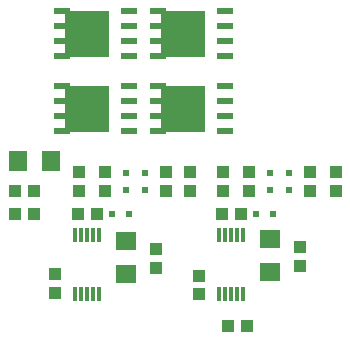
<source format=gtp>
G04 ---------------------------- Layer name :TOP PASTER LAYER*
G04 EasyEDA v5.6.10, Sun, 08 Jul 2018 18:09:17 GMT*
G04 afe9f61c7a5b4e3abdc74997a70e8aea*
G04 Gerber Generator version 0.2*
G04 Scale: 100 percent, Rotated: No, Reflected: No *
G04 Dimensions in inches *
G04 leading zeros omitted , absolute positions ,2 integer and 4 decimal *
%FSLAX24Y24*%
%MOIN*%
G90*
G70D02*

%ADD15R,0.011800X0.051181*%
%ADD16R,0.055000X0.024000*%
%ADD17R,0.150000X0.158000*%
%ADD18R,0.043307X0.039370*%
%ADD19R,0.024000X0.020000*%
%ADD20R,0.039370X0.043307*%
%ADD21R,0.020000X0.024000*%
%ADD22R,0.063000X0.070900*%
%ADD23R,0.070900X0.063000*%

%LPD*%
G54D15*
G01X10290Y3810D03*
G01X10094Y3810D03*
G01X9897Y3810D03*
G01X9701Y3810D03*
G01X9503Y3810D03*
G01X9505Y1816D03*
G01X9703Y1815D03*
G01X9901Y1815D03*
G01X10097Y1816D03*
G01X10293Y1816D03*
G54D16*
G01X9700Y7250D03*
G01X9700Y7750D03*
G01X9700Y8250D03*
G01X9700Y8750D03*
G01X7480Y8750D03*
G01X7480Y8250D03*
G01X7480Y7750D03*
G01X7480Y7250D03*
G54D17*
G01X8310Y8000D03*
G54D16*
G01X6500Y7250D03*
G01X6500Y7750D03*
G01X6500Y8250D03*
G01X6500Y8750D03*
G01X4280Y8750D03*
G01X4280Y8250D03*
G01X4280Y7750D03*
G01X4280Y7250D03*
G54D17*
G01X5109Y8000D03*
G54D15*
G01X5490Y3810D03*
G01X5294Y3810D03*
G01X5098Y3810D03*
G01X4901Y3810D03*
G01X4703Y3810D03*
G01X4705Y1816D03*
G01X4903Y1815D03*
G01X5100Y1816D03*
G01X5296Y1816D03*
G01X5494Y1816D03*
G54D18*
G01X8849Y2444D03*
G01X8849Y1814D03*
G01X4049Y2494D03*
G01X4049Y1864D03*
G54D19*
G01X11300Y4500D03*
G01X10739Y4500D03*
G54D20*
G01X9606Y4499D03*
G01X10235Y4499D03*
G54D19*
G01X6500Y4500D03*
G01X5940Y4500D03*
G54D20*
G01X4805Y4499D03*
G01X5436Y4499D03*
G54D21*
G01X11200Y5850D03*
G01X11200Y5290D03*
G54D18*
G01X10500Y5256D03*
G01X10500Y5886D03*
G01X9650Y5256D03*
G01X9650Y5886D03*
G01X13400Y5256D03*
G01X13400Y5886D03*
G54D21*
G01X11850Y5850D03*
G01X11850Y5290D03*
G54D18*
G01X12550Y5256D03*
G01X12550Y5886D03*
G54D16*
G01X9700Y9750D03*
G01X9700Y10250D03*
G01X9700Y10750D03*
G01X9700Y11250D03*
G01X7480Y11250D03*
G01X7480Y10750D03*
G01X7480Y10250D03*
G01X7480Y9750D03*
G54D17*
G01X8310Y10500D03*
G54D16*
G01X6500Y9750D03*
G01X6500Y10250D03*
G01X6500Y10750D03*
G01X6500Y11250D03*
G01X4280Y11250D03*
G01X4280Y10750D03*
G01X4280Y10250D03*
G01X4280Y9750D03*
G54D17*
G01X5109Y10500D03*
G54D21*
G01X6400Y5850D03*
G01X6400Y5290D03*
G54D18*
G01X5700Y5256D03*
G01X5700Y5886D03*
G01X4850Y5256D03*
G01X4850Y5886D03*
G01X8550Y5256D03*
G01X8550Y5886D03*
G54D21*
G01X7050Y5850D03*
G01X7050Y5290D03*
G54D18*
G01X7750Y5256D03*
G01X7750Y5886D03*
G54D22*
G01X2800Y6249D03*
G01X3900Y6249D03*
G54D23*
G01X11200Y2550D03*
G01X11200Y3650D03*
G01X6400Y2500D03*
G01X6400Y3600D03*
G54D18*
G01X12200Y2756D03*
G01X12200Y3386D03*
G54D20*
G01X2705Y5249D03*
G01X3336Y5249D03*
G01X2705Y4499D03*
G01X3336Y4499D03*
G54D18*
G01X7400Y2706D03*
G01X7400Y3336D03*
G54D20*
G01X9806Y749D03*
G01X10435Y749D03*
M00*
M02*

</source>
